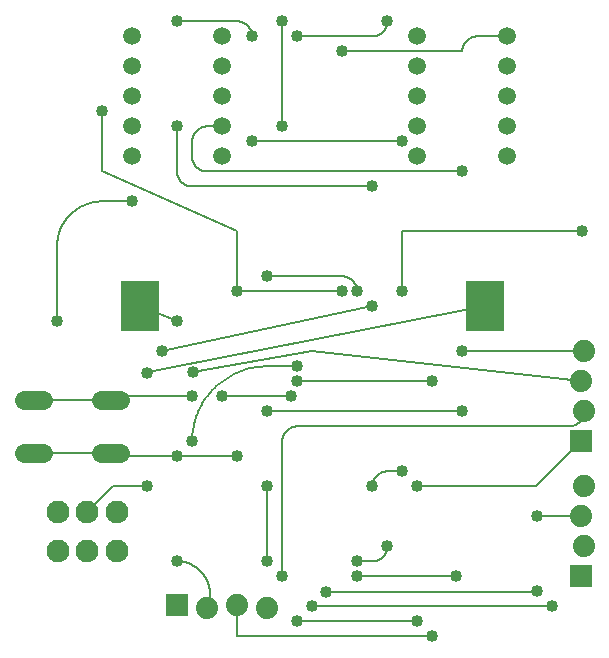
<source format=gbl>
G04 EAGLE Gerber RS-274X export*
G75*
%MOIN*%
%FSLAX36Y36*%
%LPD*%
%INBottom Copper Layer*%
%IPPOS*%
%AMOC8*
5,1,8,0,0,1.08239X$1,22.5*%
G01*
%ADD10R,0.130000X0.170000*%
%ADD11R,0.074000X0.074000*%
%ADD12C,0.074000*%
%ADD13C,0.059433*%
%ADD14C,0.064000*%
%ADD15C,0.076000*%
%ADD16C,0.006000*%
%ADD17C,0.040000*%


D10*
X1725000Y1550000D03*
X575000Y1550000D03*
D11*
X700000Y555000D03*
D12*
X800000Y545000D03*
X900000Y555000D03*
X1000000Y545000D03*
D13*
X1500000Y2450000D03*
X1500000Y2350000D03*
X1500000Y2250000D03*
X1500000Y2150000D03*
X1500000Y2050000D03*
X1800000Y2050000D03*
X1800000Y2150000D03*
X1800000Y2250000D03*
X1800000Y2350000D03*
X1800000Y2450000D03*
X550000Y2450000D03*
X550000Y2350000D03*
X550000Y2250000D03*
X550000Y2150000D03*
X550000Y2050000D03*
X850000Y2050000D03*
X850000Y2150000D03*
X850000Y2250000D03*
X850000Y2350000D03*
X850000Y2450000D03*
D14*
X254000Y1239000D02*
X190000Y1239000D01*
X190000Y1061000D02*
X254000Y1061000D01*
X446000Y1239000D02*
X510000Y1239000D01*
X510000Y1061000D02*
X446000Y1061000D01*
D15*
X301575Y864961D03*
X400000Y864961D03*
X498425Y864961D03*
X301575Y735039D03*
X400000Y735039D03*
X498425Y735039D03*
D11*
X2045000Y1100000D03*
D12*
X2055000Y1200000D03*
X2045000Y1300000D03*
X2055000Y1400000D03*
D11*
X2045000Y650000D03*
D12*
X2055000Y750000D03*
X2045000Y850000D03*
X2055000Y950000D03*
D16*
X1150000Y1400000D02*
X753914Y1330039D01*
D17*
X753914Y1330039D03*
D16*
X1150000Y1400000D02*
X2045000Y1300000D01*
X700000Y1500000D02*
X575000Y1550000D01*
D17*
X700000Y1500000D03*
X1000000Y700000D03*
D16*
X1000000Y950000D01*
D17*
X1000000Y950000D03*
X900000Y1050000D03*
D16*
X700000Y1050000D01*
X489000Y1050000D01*
X488997Y1050266D01*
X488987Y1050531D01*
X488971Y1050797D01*
X488949Y1051062D01*
X488920Y1051326D01*
X488885Y1051589D01*
X488843Y1051852D01*
X488795Y1052113D01*
X488741Y1052374D01*
X488680Y1052632D01*
X488614Y1052890D01*
X488541Y1053145D01*
X488462Y1053399D01*
X488376Y1053651D01*
X488285Y1053901D01*
X488188Y1054148D01*
X488085Y1054393D01*
X487976Y1054635D01*
X487861Y1054875D01*
X487740Y1055112D01*
X487614Y1055346D01*
X487482Y1055577D01*
X487344Y1055804D01*
X487201Y1056028D01*
X487053Y1056249D01*
X486899Y1056466D01*
X486740Y1056679D01*
X486576Y1056888D01*
X486407Y1057093D01*
X486234Y1057294D01*
X486055Y1057491D01*
X485872Y1057684D01*
X485684Y1057872D01*
X485491Y1058055D01*
X485294Y1058234D01*
X485093Y1058407D01*
X484888Y1058576D01*
X484679Y1058740D01*
X484466Y1058899D01*
X484249Y1059053D01*
X484028Y1059201D01*
X483804Y1059344D01*
X483577Y1059482D01*
X483346Y1059614D01*
X483112Y1059740D01*
X482875Y1059861D01*
X482635Y1059976D01*
X482393Y1060085D01*
X482148Y1060188D01*
X481901Y1060285D01*
X481651Y1060376D01*
X481399Y1060462D01*
X481145Y1060541D01*
X480890Y1060614D01*
X480632Y1060680D01*
X480374Y1060741D01*
X480113Y1060795D01*
X479852Y1060843D01*
X479589Y1060885D01*
X479326Y1060920D01*
X479062Y1060949D01*
X478797Y1060971D01*
X478531Y1060987D01*
X478266Y1060997D01*
X478000Y1061000D01*
D17*
X700000Y1050000D03*
X1000000Y1200000D03*
D16*
X1650000Y1200000D01*
D17*
X1650000Y1200000D03*
X1650000Y1400000D03*
D16*
X2055000Y1400000D01*
X478000Y1061000D02*
X222000Y1061000D01*
D17*
X1079000Y1250000D03*
D16*
X850000Y1250000D01*
D17*
X850000Y1250000D03*
X750000Y1250000D03*
D16*
X489000Y1250000D01*
X488734Y1249997D01*
X488469Y1249987D01*
X488203Y1249971D01*
X487938Y1249949D01*
X487674Y1249920D01*
X487411Y1249885D01*
X487148Y1249843D01*
X486887Y1249795D01*
X486626Y1249741D01*
X486368Y1249680D01*
X486110Y1249614D01*
X485855Y1249541D01*
X485601Y1249462D01*
X485349Y1249376D01*
X485099Y1249285D01*
X484852Y1249188D01*
X484607Y1249085D01*
X484365Y1248976D01*
X484125Y1248861D01*
X483888Y1248740D01*
X483654Y1248614D01*
X483423Y1248482D01*
X483196Y1248344D01*
X482972Y1248201D01*
X482751Y1248053D01*
X482534Y1247899D01*
X482321Y1247740D01*
X482112Y1247576D01*
X481907Y1247407D01*
X481706Y1247234D01*
X481509Y1247055D01*
X481316Y1246872D01*
X481128Y1246684D01*
X480945Y1246491D01*
X480766Y1246294D01*
X480593Y1246093D01*
X480424Y1245888D01*
X480260Y1245679D01*
X480101Y1245466D01*
X479947Y1245249D01*
X479799Y1245028D01*
X479656Y1244804D01*
X479518Y1244577D01*
X479386Y1244346D01*
X479260Y1244112D01*
X479139Y1243875D01*
X479024Y1243635D01*
X478915Y1243393D01*
X478812Y1243148D01*
X478715Y1242901D01*
X478624Y1242651D01*
X478538Y1242399D01*
X478459Y1242145D01*
X478386Y1241890D01*
X478320Y1241632D01*
X478259Y1241374D01*
X478205Y1241113D01*
X478157Y1240852D01*
X478115Y1240589D01*
X478080Y1240326D01*
X478051Y1240062D01*
X478029Y1239797D01*
X478013Y1239531D01*
X478003Y1239266D01*
X478000Y1239000D01*
X222000Y1239000D01*
X900000Y450000D02*
X1550000Y450000D01*
X900000Y450000D02*
X900000Y555000D01*
D17*
X1100000Y1300000D03*
D16*
X1550000Y1300000D01*
D17*
X1550000Y1300000D03*
X1550000Y450000D03*
D16*
X1100000Y1350000D02*
X1000000Y1350000D01*
X993959Y1349927D01*
X987922Y1349708D01*
X981891Y1349343D01*
X975872Y1348833D01*
X969866Y1348177D01*
X963878Y1347377D01*
X957911Y1346432D01*
X951968Y1345343D01*
X946054Y1344110D01*
X940171Y1342735D01*
X934323Y1341219D01*
X928514Y1339561D01*
X922746Y1337764D01*
X917023Y1335828D01*
X911349Y1333754D01*
X905726Y1331544D01*
X900159Y1329198D01*
X894650Y1326719D01*
X889202Y1324107D01*
X883819Y1321364D01*
X878504Y1318492D01*
X873260Y1315492D01*
X868090Y1312367D01*
X862997Y1309118D01*
X857984Y1305746D01*
X853054Y1302254D01*
X848209Y1298644D01*
X843454Y1294919D01*
X838789Y1291079D01*
X834219Y1287128D01*
X829746Y1283067D01*
X825372Y1278900D01*
X821100Y1274628D01*
X816933Y1270254D01*
X812872Y1265781D01*
X808921Y1261211D01*
X805081Y1256546D01*
X801356Y1251791D01*
X797746Y1246946D01*
X794254Y1242016D01*
X790882Y1237003D01*
X787633Y1231910D01*
X784508Y1226740D01*
X781508Y1221496D01*
X778636Y1216181D01*
X775893Y1210798D01*
X773281Y1205350D01*
X770802Y1199841D01*
X768456Y1194274D01*
X766246Y1188651D01*
X764172Y1182977D01*
X762236Y1177254D01*
X760439Y1171486D01*
X758781Y1165677D01*
X757265Y1159829D01*
X755890Y1153946D01*
X754657Y1148032D01*
X753568Y1142089D01*
X752623Y1136122D01*
X751823Y1130134D01*
X751167Y1124128D01*
X750657Y1118109D01*
X750292Y1112078D01*
X750073Y1106041D01*
X750000Y1100000D01*
D17*
X750000Y1100000D03*
X700000Y700000D03*
D16*
X702671Y699967D01*
X705340Y699870D01*
X708007Y699708D01*
X710668Y699480D01*
X713323Y699188D01*
X715970Y698832D01*
X718608Y698411D01*
X721235Y697926D01*
X723849Y697378D01*
X726449Y696765D01*
X729034Y696090D01*
X731601Y695352D01*
X734149Y694552D01*
X736678Y693690D01*
X739184Y692767D01*
X741668Y691783D01*
X744126Y690739D01*
X746559Y689636D01*
X748964Y688473D01*
X751340Y687253D01*
X753685Y685975D01*
X755999Y684640D01*
X758279Y683249D01*
X760526Y681803D01*
X762736Y680303D01*
X764909Y678750D01*
X767043Y677144D01*
X769138Y675487D01*
X771192Y673779D01*
X773204Y672022D01*
X775173Y670216D01*
X777096Y668363D01*
X778975Y666464D01*
X780806Y664520D01*
X782590Y662531D01*
X784324Y660500D01*
X786009Y658427D01*
X787643Y656314D01*
X789225Y654162D01*
X790754Y651972D01*
X792229Y649745D01*
X793650Y647483D01*
X795015Y645187D01*
X796324Y642858D01*
X797576Y640499D01*
X798770Y638109D01*
X799906Y635692D01*
X800982Y633247D01*
X801999Y630777D01*
X802955Y628283D01*
X803850Y625766D01*
X804684Y623228D01*
X805456Y620671D01*
X806165Y618096D01*
X806811Y615504D01*
X807394Y612897D01*
X807914Y610277D01*
X808369Y607645D01*
X808761Y605003D01*
X809088Y602352D01*
X809350Y599694D01*
X809548Y597030D01*
X809681Y594362D01*
X809748Y591692D01*
X809751Y589020D01*
X809689Y586350D01*
X809562Y583682D01*
X809370Y581018D01*
X809113Y578359D01*
X808791Y575707D01*
X808405Y573064D01*
X807955Y570431D01*
X807441Y567810D01*
X806864Y565202D01*
X806223Y562609D01*
X805519Y560032D01*
X804752Y557473D01*
X803924Y554934D01*
X803034Y552415D01*
X802083Y549919D01*
X801071Y547447D01*
X800000Y545000D01*
D17*
X1100000Y1350000D03*
D16*
X603887Y1330174D02*
X1725000Y1550000D01*
X600000Y950000D02*
X485039Y950000D01*
X400000Y864961D01*
X600000Y1326287D02*
X600002Y1326409D01*
X600008Y1326531D01*
X600017Y1326653D01*
X600031Y1326774D01*
X600048Y1326895D01*
X600069Y1327015D01*
X600094Y1327135D01*
X600122Y1327254D01*
X600154Y1327371D01*
X600190Y1327488D01*
X600230Y1327604D01*
X600273Y1327718D01*
X600320Y1327831D01*
X600370Y1327942D01*
X600424Y1328052D01*
X600481Y1328160D01*
X600541Y1328266D01*
X600605Y1328370D01*
X600672Y1328472D01*
X600742Y1328572D01*
X600816Y1328669D01*
X600892Y1328765D01*
X600971Y1328858D01*
X601053Y1328948D01*
X601138Y1329036D01*
X601226Y1329121D01*
X601316Y1329203D01*
X601409Y1329282D01*
X601505Y1329358D01*
X601602Y1329432D01*
X601702Y1329502D01*
X601804Y1329569D01*
X601908Y1329633D01*
X602014Y1329693D01*
X602122Y1329750D01*
X602232Y1329804D01*
X602343Y1329854D01*
X602456Y1329901D01*
X602570Y1329944D01*
X602686Y1329984D01*
X602803Y1330020D01*
X602920Y1330052D01*
X603039Y1330080D01*
X603159Y1330105D01*
X603279Y1330126D01*
X603400Y1330143D01*
X603521Y1330157D01*
X603643Y1330166D01*
X603765Y1330172D01*
X603887Y1330174D01*
D17*
X600000Y1326287D03*
X600000Y950000D03*
D16*
X1350000Y950000D02*
X1350015Y951208D01*
X1350058Y952416D01*
X1350131Y953622D01*
X1350233Y954826D01*
X1350365Y956027D01*
X1350525Y957224D01*
X1350714Y958418D01*
X1350931Y959606D01*
X1351178Y960789D01*
X1351453Y961966D01*
X1351756Y963135D01*
X1352088Y964297D01*
X1352447Y965451D01*
X1352834Y966595D01*
X1353249Y967730D01*
X1353691Y968855D01*
X1354160Y969968D01*
X1354656Y971070D01*
X1355179Y972160D01*
X1355727Y973236D01*
X1356302Y974299D01*
X1356902Y975348D01*
X1357527Y976382D01*
X1358176Y977401D01*
X1358851Y978403D01*
X1359549Y979389D01*
X1360271Y980358D01*
X1361016Y981309D01*
X1361784Y982242D01*
X1362574Y983156D01*
X1363387Y984051D01*
X1364220Y984926D01*
X1365074Y985780D01*
X1365949Y986613D01*
X1366844Y987426D01*
X1367758Y988216D01*
X1368691Y988984D01*
X1369642Y989729D01*
X1370611Y990451D01*
X1371597Y991149D01*
X1372599Y991824D01*
X1373618Y992473D01*
X1374652Y993098D01*
X1375701Y993698D01*
X1376764Y994273D01*
X1377840Y994821D01*
X1378930Y995344D01*
X1380032Y995840D01*
X1381145Y996309D01*
X1382270Y996751D01*
X1383405Y997166D01*
X1384549Y997553D01*
X1385703Y997912D01*
X1386865Y998244D01*
X1388034Y998547D01*
X1389211Y998822D01*
X1390394Y999069D01*
X1391582Y999286D01*
X1392776Y999475D01*
X1393973Y999635D01*
X1395174Y999767D01*
X1396378Y999869D01*
X1397584Y999942D01*
X1398792Y999985D01*
X1400000Y1000000D01*
X1450000Y1000000D01*
D17*
X1450000Y1000000D03*
X1450000Y1600000D03*
D16*
X1450000Y1800000D01*
X2050000Y1800000D01*
D17*
X2050000Y1800000D03*
X1350000Y950000D03*
X1629000Y650000D03*
D16*
X1300000Y650000D01*
D17*
X1300000Y650000D03*
D16*
X1300000Y700000D02*
X1350000Y700000D01*
X1351208Y700015D01*
X1352416Y700058D01*
X1353622Y700131D01*
X1354826Y700233D01*
X1356027Y700365D01*
X1357224Y700525D01*
X1358418Y700714D01*
X1359606Y700931D01*
X1360789Y701178D01*
X1361966Y701453D01*
X1363135Y701756D01*
X1364297Y702088D01*
X1365451Y702447D01*
X1366595Y702834D01*
X1367730Y703249D01*
X1368855Y703691D01*
X1369968Y704160D01*
X1371070Y704656D01*
X1372160Y705179D01*
X1373236Y705727D01*
X1374299Y706302D01*
X1375348Y706902D01*
X1376382Y707527D01*
X1377401Y708176D01*
X1378403Y708851D01*
X1379389Y709549D01*
X1380358Y710271D01*
X1381309Y711016D01*
X1382242Y711784D01*
X1383156Y712574D01*
X1384051Y713387D01*
X1384926Y714220D01*
X1385780Y715074D01*
X1386613Y715949D01*
X1387426Y716844D01*
X1388216Y717758D01*
X1388984Y718691D01*
X1389729Y719642D01*
X1390451Y720611D01*
X1391149Y721597D01*
X1391824Y722599D01*
X1392473Y723618D01*
X1393098Y724652D01*
X1393698Y725701D01*
X1394273Y726764D01*
X1394821Y727840D01*
X1395344Y728930D01*
X1395840Y730032D01*
X1396309Y731145D01*
X1396751Y732270D01*
X1397166Y733405D01*
X1397553Y734549D01*
X1397912Y735703D01*
X1398244Y736865D01*
X1398547Y738034D01*
X1398822Y739211D01*
X1399069Y740394D01*
X1399286Y741582D01*
X1399475Y742776D01*
X1399635Y743973D01*
X1399767Y745174D01*
X1399869Y746378D01*
X1399942Y747584D01*
X1399985Y748792D01*
X1400000Y750000D01*
D17*
X1300000Y700000D03*
X1400000Y750000D03*
X1350000Y1550000D03*
X650000Y1400000D03*
D16*
X1350000Y1550000D01*
D17*
X1000000Y1650000D03*
D16*
X1250000Y1650000D01*
X1251208Y1649985D01*
X1252416Y1649942D01*
X1253622Y1649869D01*
X1254826Y1649767D01*
X1256027Y1649635D01*
X1257224Y1649475D01*
X1258418Y1649286D01*
X1259606Y1649069D01*
X1260789Y1648822D01*
X1261966Y1648547D01*
X1263135Y1648244D01*
X1264297Y1647912D01*
X1265451Y1647553D01*
X1266595Y1647166D01*
X1267730Y1646751D01*
X1268855Y1646309D01*
X1269968Y1645840D01*
X1271070Y1645344D01*
X1272160Y1644821D01*
X1273236Y1644273D01*
X1274299Y1643698D01*
X1275348Y1643098D01*
X1276382Y1642473D01*
X1277401Y1641824D01*
X1278403Y1641149D01*
X1279389Y1640451D01*
X1280358Y1639729D01*
X1281309Y1638984D01*
X1282242Y1638216D01*
X1283156Y1637426D01*
X1284051Y1636613D01*
X1284926Y1635780D01*
X1285780Y1634926D01*
X1286613Y1634051D01*
X1287426Y1633156D01*
X1288216Y1632242D01*
X1288984Y1631309D01*
X1289729Y1630358D01*
X1290451Y1629389D01*
X1291149Y1628403D01*
X1291824Y1627401D01*
X1292473Y1626382D01*
X1293098Y1625348D01*
X1293698Y1624299D01*
X1294273Y1623236D01*
X1294821Y1622160D01*
X1295344Y1621070D01*
X1295840Y1619968D01*
X1296309Y1618855D01*
X1296751Y1617730D01*
X1297166Y1616595D01*
X1297553Y1615451D01*
X1297912Y1614297D01*
X1298244Y1613135D01*
X1298547Y1611966D01*
X1298822Y1610789D01*
X1299069Y1609606D01*
X1299286Y1608418D01*
X1299475Y1607224D01*
X1299635Y1606027D01*
X1299767Y1604826D01*
X1299869Y1603622D01*
X1299942Y1602416D01*
X1299985Y1601208D01*
X1300000Y1600000D01*
D17*
X1300000Y1600000D03*
X900000Y1600000D03*
X1250000Y1600000D03*
D16*
X900000Y1600000D01*
D17*
X450000Y2200000D03*
D16*
X450000Y2000000D01*
X900000Y1800000D01*
X900000Y1600000D01*
D17*
X1050000Y2500000D03*
D16*
X1050000Y2150000D01*
D17*
X1050000Y2150000D03*
D16*
X1700000Y2450000D02*
X1800000Y2450000D01*
X1700000Y2450000D02*
X1698792Y2449985D01*
X1697584Y2449942D01*
X1696378Y2449869D01*
X1695174Y2449767D01*
X1693973Y2449635D01*
X1692776Y2449475D01*
X1691582Y2449286D01*
X1690394Y2449069D01*
X1689211Y2448822D01*
X1688034Y2448547D01*
X1686865Y2448244D01*
X1685703Y2447912D01*
X1684549Y2447553D01*
X1683405Y2447166D01*
X1682270Y2446751D01*
X1681145Y2446309D01*
X1680032Y2445840D01*
X1678930Y2445344D01*
X1677840Y2444821D01*
X1676764Y2444273D01*
X1675701Y2443698D01*
X1674652Y2443098D01*
X1673618Y2442473D01*
X1672599Y2441824D01*
X1671597Y2441149D01*
X1670611Y2440451D01*
X1669642Y2439729D01*
X1668691Y2438984D01*
X1667758Y2438216D01*
X1666844Y2437426D01*
X1665949Y2436613D01*
X1665074Y2435780D01*
X1664220Y2434926D01*
X1663387Y2434051D01*
X1662574Y2433156D01*
X1661784Y2432242D01*
X1661016Y2431309D01*
X1660271Y2430358D01*
X1659549Y2429389D01*
X1658851Y2428403D01*
X1658176Y2427401D01*
X1657527Y2426382D01*
X1656902Y2425348D01*
X1656302Y2424299D01*
X1655727Y2423236D01*
X1655179Y2422160D01*
X1654656Y2421070D01*
X1654160Y2419968D01*
X1653691Y2418855D01*
X1653249Y2417730D01*
X1652834Y2416595D01*
X1652447Y2415451D01*
X1652088Y2414297D01*
X1651756Y2413135D01*
X1651453Y2411966D01*
X1651178Y2410789D01*
X1650931Y2409606D01*
X1650714Y2408418D01*
X1650525Y2407224D01*
X1650365Y2406027D01*
X1650233Y2404826D01*
X1650131Y2403622D01*
X1650058Y2402416D01*
X1650015Y2401208D01*
X1650000Y2400000D01*
D17*
X1250000Y2400000D03*
D16*
X1650000Y2400000D01*
X850000Y2150000D02*
X800000Y2150000D01*
X798792Y2149985D01*
X797584Y2149942D01*
X796378Y2149869D01*
X795174Y2149767D01*
X793973Y2149635D01*
X792776Y2149475D01*
X791582Y2149286D01*
X790394Y2149069D01*
X789211Y2148822D01*
X788034Y2148547D01*
X786865Y2148244D01*
X785703Y2147912D01*
X784549Y2147553D01*
X783405Y2147166D01*
X782270Y2146751D01*
X781145Y2146309D01*
X780032Y2145840D01*
X778930Y2145344D01*
X777840Y2144821D01*
X776764Y2144273D01*
X775701Y2143698D01*
X774652Y2143098D01*
X773618Y2142473D01*
X772599Y2141824D01*
X771597Y2141149D01*
X770611Y2140451D01*
X769642Y2139729D01*
X768691Y2138984D01*
X767758Y2138216D01*
X766844Y2137426D01*
X765949Y2136613D01*
X765074Y2135780D01*
X764220Y2134926D01*
X763387Y2134051D01*
X762574Y2133156D01*
X761784Y2132242D01*
X761016Y2131309D01*
X760271Y2130358D01*
X759549Y2129389D01*
X758851Y2128403D01*
X758176Y2127401D01*
X757527Y2126382D01*
X756902Y2125348D01*
X756302Y2124299D01*
X755727Y2123236D01*
X755179Y2122160D01*
X754656Y2121070D01*
X754160Y2119968D01*
X753691Y2118855D01*
X753249Y2117730D01*
X752834Y2116595D01*
X752447Y2115451D01*
X752088Y2114297D01*
X751756Y2113135D01*
X751453Y2111966D01*
X751178Y2110789D01*
X750931Y2109606D01*
X750714Y2108418D01*
X750525Y2107224D01*
X750365Y2106027D01*
X750233Y2104826D01*
X750131Y2103622D01*
X750058Y2102416D01*
X750015Y2101208D01*
X750000Y2100000D01*
X750000Y2050000D01*
X750015Y2048792D01*
X750058Y2047584D01*
X750131Y2046378D01*
X750233Y2045174D01*
X750365Y2043973D01*
X750525Y2042776D01*
X750714Y2041582D01*
X750931Y2040394D01*
X751178Y2039211D01*
X751453Y2038034D01*
X751756Y2036865D01*
X752088Y2035703D01*
X752447Y2034549D01*
X752834Y2033405D01*
X753249Y2032270D01*
X753691Y2031145D01*
X754160Y2030032D01*
X754656Y2028930D01*
X755179Y2027840D01*
X755727Y2026764D01*
X756302Y2025701D01*
X756902Y2024652D01*
X757527Y2023618D01*
X758176Y2022599D01*
X758851Y2021597D01*
X759549Y2020611D01*
X760271Y2019642D01*
X761016Y2018691D01*
X761784Y2017758D01*
X762574Y2016844D01*
X763387Y2015949D01*
X764220Y2015074D01*
X765074Y2014220D01*
X765949Y2013387D01*
X766844Y2012574D01*
X767758Y2011784D01*
X768691Y2011016D01*
X769642Y2010271D01*
X770611Y2009549D01*
X771597Y2008851D01*
X772599Y2008176D01*
X773618Y2007527D01*
X774652Y2006902D01*
X775701Y2006302D01*
X776764Y2005727D01*
X777840Y2005179D01*
X778930Y2004656D01*
X780032Y2004160D01*
X781145Y2003691D01*
X782270Y2003249D01*
X783405Y2002834D01*
X784549Y2002447D01*
X785703Y2002088D01*
X786865Y2001756D01*
X788034Y2001453D01*
X789211Y2001178D01*
X790394Y2000931D01*
X791582Y2000714D01*
X792776Y2000525D01*
X793973Y2000365D01*
X795174Y2000233D01*
X796378Y2000131D01*
X797584Y2000058D01*
X798792Y2000015D01*
X800000Y2000000D01*
X1650000Y2000000D01*
D17*
X1650000Y2000000D03*
X550000Y1900000D03*
D16*
X450000Y1900000D01*
X446375Y1899956D01*
X442753Y1899825D01*
X439135Y1899606D01*
X435523Y1899300D01*
X431919Y1898906D01*
X428327Y1898426D01*
X424746Y1897859D01*
X421181Y1897206D01*
X417632Y1896466D01*
X414103Y1895641D01*
X410594Y1894731D01*
X407108Y1893737D01*
X403647Y1892658D01*
X400214Y1891497D01*
X396809Y1890252D01*
X393436Y1888926D01*
X390095Y1887519D01*
X386790Y1886031D01*
X383521Y1884464D01*
X380292Y1882818D01*
X377102Y1881095D01*
X373956Y1879295D01*
X370854Y1877420D01*
X367798Y1875471D01*
X364790Y1873448D01*
X361832Y1871353D01*
X358926Y1869187D01*
X356072Y1866951D01*
X353274Y1864647D01*
X350532Y1862277D01*
X347848Y1859840D01*
X345223Y1857340D01*
X342660Y1854777D01*
X340160Y1852152D01*
X337723Y1849468D01*
X335353Y1846726D01*
X333049Y1843928D01*
X330813Y1841074D01*
X328647Y1838168D01*
X326552Y1835210D01*
X324529Y1832202D01*
X322580Y1829146D01*
X320705Y1826044D01*
X318905Y1822898D01*
X317182Y1819708D01*
X315536Y1816479D01*
X313969Y1813210D01*
X312481Y1809905D01*
X311074Y1806564D01*
X309748Y1803191D01*
X308503Y1799786D01*
X307342Y1796353D01*
X306263Y1792892D01*
X305269Y1789406D01*
X304359Y1785897D01*
X303534Y1782368D01*
X302794Y1778819D01*
X302141Y1775254D01*
X301574Y1771673D01*
X301094Y1768081D01*
X300700Y1764477D01*
X300394Y1760865D01*
X300175Y1757247D01*
X300044Y1753625D01*
X300000Y1750000D01*
X300000Y1500000D01*
D17*
X300000Y1500000D03*
X950000Y2100000D03*
D16*
X1450000Y2100000D01*
D17*
X1450000Y2100000D03*
X700000Y2150000D03*
D16*
X700000Y2000000D01*
X700015Y1998792D01*
X700058Y1997584D01*
X700131Y1996378D01*
X700233Y1995174D01*
X700365Y1993973D01*
X700525Y1992776D01*
X700714Y1991582D01*
X700931Y1990394D01*
X701178Y1989211D01*
X701453Y1988034D01*
X701756Y1986865D01*
X702088Y1985703D01*
X702447Y1984549D01*
X702834Y1983405D01*
X703249Y1982270D01*
X703691Y1981145D01*
X704160Y1980032D01*
X704656Y1978930D01*
X705179Y1977840D01*
X705727Y1976764D01*
X706302Y1975701D01*
X706902Y1974652D01*
X707527Y1973618D01*
X708176Y1972599D01*
X708851Y1971597D01*
X709549Y1970611D01*
X710271Y1969642D01*
X711016Y1968691D01*
X711784Y1967758D01*
X712574Y1966844D01*
X713387Y1965949D01*
X714220Y1965074D01*
X715074Y1964220D01*
X715949Y1963387D01*
X716844Y1962574D01*
X717758Y1961784D01*
X718691Y1961016D01*
X719642Y1960271D01*
X720611Y1959549D01*
X721597Y1958851D01*
X722599Y1958176D01*
X723618Y1957527D01*
X724652Y1956902D01*
X725701Y1956302D01*
X726764Y1955727D01*
X727840Y1955179D01*
X728930Y1954656D01*
X730032Y1954160D01*
X731145Y1953691D01*
X732270Y1953249D01*
X733405Y1952834D01*
X734549Y1952447D01*
X735703Y1952088D01*
X736865Y1951756D01*
X738034Y1951453D01*
X739211Y1951178D01*
X740394Y1950931D01*
X741582Y1950714D01*
X742776Y1950525D01*
X743973Y1950365D01*
X745174Y1950233D01*
X746378Y1950131D01*
X747584Y1950058D01*
X748792Y1950015D01*
X750000Y1950000D01*
X1350000Y1950000D01*
D17*
X1350000Y1950000D03*
X700000Y2500000D03*
D16*
X900000Y2500000D01*
X901208Y2499985D01*
X902416Y2499942D01*
X903622Y2499869D01*
X904826Y2499767D01*
X906027Y2499635D01*
X907224Y2499475D01*
X908418Y2499286D01*
X909606Y2499069D01*
X910789Y2498822D01*
X911966Y2498547D01*
X913135Y2498244D01*
X914297Y2497912D01*
X915451Y2497553D01*
X916595Y2497166D01*
X917730Y2496751D01*
X918855Y2496309D01*
X919968Y2495840D01*
X921070Y2495344D01*
X922160Y2494821D01*
X923236Y2494273D01*
X924299Y2493698D01*
X925348Y2493098D01*
X926382Y2492473D01*
X927401Y2491824D01*
X928403Y2491149D01*
X929389Y2490451D01*
X930358Y2489729D01*
X931309Y2488984D01*
X932242Y2488216D01*
X933156Y2487426D01*
X934051Y2486613D01*
X934926Y2485780D01*
X935780Y2484926D01*
X936613Y2484051D01*
X937426Y2483156D01*
X938216Y2482242D01*
X938984Y2481309D01*
X939729Y2480358D01*
X940451Y2479389D01*
X941149Y2478403D01*
X941824Y2477401D01*
X942473Y2476382D01*
X943098Y2475348D01*
X943698Y2474299D01*
X944273Y2473236D01*
X944821Y2472160D01*
X945344Y2471070D01*
X945840Y2469968D01*
X946309Y2468855D01*
X946751Y2467730D01*
X947166Y2466595D01*
X947553Y2465451D01*
X947912Y2464297D01*
X948244Y2463135D01*
X948547Y2461966D01*
X948822Y2460789D01*
X949069Y2459606D01*
X949286Y2458418D01*
X949475Y2457224D01*
X949635Y2456027D01*
X949767Y2454826D01*
X949869Y2453622D01*
X949942Y2452416D01*
X949985Y2451208D01*
X950000Y2450000D01*
D17*
X950000Y2450000D03*
X1100000Y2450000D03*
D16*
X1350000Y2450000D01*
X1351208Y2450015D01*
X1352416Y2450058D01*
X1353622Y2450131D01*
X1354826Y2450233D01*
X1356027Y2450365D01*
X1357224Y2450525D01*
X1358418Y2450714D01*
X1359606Y2450931D01*
X1360789Y2451178D01*
X1361966Y2451453D01*
X1363135Y2451756D01*
X1364297Y2452088D01*
X1365451Y2452447D01*
X1366595Y2452834D01*
X1367730Y2453249D01*
X1368855Y2453691D01*
X1369968Y2454160D01*
X1371070Y2454656D01*
X1372160Y2455179D01*
X1373236Y2455727D01*
X1374299Y2456302D01*
X1375348Y2456902D01*
X1376382Y2457527D01*
X1377401Y2458176D01*
X1378403Y2458851D01*
X1379389Y2459549D01*
X1380358Y2460271D01*
X1381309Y2461016D01*
X1382242Y2461784D01*
X1383156Y2462574D01*
X1384051Y2463387D01*
X1384926Y2464220D01*
X1385780Y2465074D01*
X1386613Y2465949D01*
X1387426Y2466844D01*
X1388216Y2467758D01*
X1388984Y2468691D01*
X1389729Y2469642D01*
X1390451Y2470611D01*
X1391149Y2471597D01*
X1391824Y2472599D01*
X1392473Y2473618D01*
X1393098Y2474652D01*
X1393698Y2475701D01*
X1394273Y2476764D01*
X1394821Y2477840D01*
X1395344Y2478930D01*
X1395840Y2480032D01*
X1396309Y2481145D01*
X1396751Y2482270D01*
X1397166Y2483405D01*
X1397553Y2484549D01*
X1397912Y2485703D01*
X1398244Y2486865D01*
X1398547Y2488034D01*
X1398822Y2489211D01*
X1399069Y2490394D01*
X1399286Y2491582D01*
X1399475Y2492776D01*
X1399635Y2493973D01*
X1399767Y2495174D01*
X1399869Y2496378D01*
X1399942Y2497584D01*
X1399985Y2498792D01*
X1400000Y2500000D01*
D17*
X1400000Y2500000D03*
X1050000Y650000D03*
D16*
X1050000Y1100000D01*
X1050015Y1101208D01*
X1050058Y1102416D01*
X1050131Y1103622D01*
X1050233Y1104826D01*
X1050365Y1106027D01*
X1050525Y1107224D01*
X1050714Y1108418D01*
X1050931Y1109606D01*
X1051178Y1110789D01*
X1051453Y1111966D01*
X1051756Y1113135D01*
X1052088Y1114297D01*
X1052447Y1115451D01*
X1052834Y1116595D01*
X1053249Y1117730D01*
X1053691Y1118855D01*
X1054160Y1119968D01*
X1054656Y1121070D01*
X1055179Y1122160D01*
X1055727Y1123236D01*
X1056302Y1124299D01*
X1056902Y1125348D01*
X1057527Y1126382D01*
X1058176Y1127401D01*
X1058851Y1128403D01*
X1059549Y1129389D01*
X1060271Y1130358D01*
X1061016Y1131309D01*
X1061784Y1132242D01*
X1062574Y1133156D01*
X1063387Y1134051D01*
X1064220Y1134926D01*
X1065074Y1135780D01*
X1065949Y1136613D01*
X1066844Y1137426D01*
X1067758Y1138216D01*
X1068691Y1138984D01*
X1069642Y1139729D01*
X1070611Y1140451D01*
X1071597Y1141149D01*
X1072599Y1141824D01*
X1073618Y1142473D01*
X1074652Y1143098D01*
X1075701Y1143698D01*
X1076764Y1144273D01*
X1077840Y1144821D01*
X1078930Y1145344D01*
X1080032Y1145840D01*
X1081145Y1146309D01*
X1082270Y1146751D01*
X1083405Y1147166D01*
X1084549Y1147553D01*
X1085703Y1147912D01*
X1086865Y1148244D01*
X1088034Y1148547D01*
X1089211Y1148822D01*
X1090394Y1149069D01*
X1091582Y1149286D01*
X1092776Y1149475D01*
X1093973Y1149635D01*
X1095174Y1149767D01*
X1096378Y1149869D01*
X1097584Y1149942D01*
X1098792Y1149985D01*
X1100000Y1150000D01*
X2005000Y1150000D01*
X2006208Y1150015D01*
X2007416Y1150058D01*
X2008622Y1150131D01*
X2009826Y1150233D01*
X2011027Y1150365D01*
X2012224Y1150525D01*
X2013418Y1150714D01*
X2014606Y1150931D01*
X2015789Y1151178D01*
X2016966Y1151453D01*
X2018135Y1151756D01*
X2019297Y1152088D01*
X2020451Y1152447D01*
X2021595Y1152834D01*
X2022730Y1153249D01*
X2023855Y1153691D01*
X2024968Y1154160D01*
X2026070Y1154656D01*
X2027160Y1155179D01*
X2028236Y1155727D01*
X2029299Y1156302D01*
X2030348Y1156902D01*
X2031382Y1157527D01*
X2032401Y1158176D01*
X2033403Y1158851D01*
X2034389Y1159549D01*
X2035358Y1160271D01*
X2036309Y1161016D01*
X2037242Y1161784D01*
X2038156Y1162574D01*
X2039051Y1163387D01*
X2039926Y1164220D01*
X2040780Y1165074D01*
X2041613Y1165949D01*
X2042426Y1166844D01*
X2043216Y1167758D01*
X2043984Y1168691D01*
X2044729Y1169642D01*
X2045451Y1170611D01*
X2046149Y1171597D01*
X2046824Y1172599D01*
X2047473Y1173618D01*
X2048098Y1174652D01*
X2048698Y1175701D01*
X2049273Y1176764D01*
X2049821Y1177840D01*
X2050344Y1178930D01*
X2050840Y1180032D01*
X2051309Y1181145D01*
X2051751Y1182270D01*
X2052166Y1183405D01*
X2052553Y1184549D01*
X2052912Y1185703D01*
X2053244Y1186865D01*
X2053547Y1188034D01*
X2053822Y1189211D01*
X2054069Y1190394D01*
X2054286Y1191582D01*
X2054475Y1192776D01*
X2054635Y1193973D01*
X2054767Y1195174D01*
X2054869Y1196378D01*
X2054942Y1197584D01*
X2054985Y1198792D01*
X2055000Y1200000D01*
D17*
X1100000Y500000D03*
D16*
X1500000Y500000D01*
D17*
X1500000Y500000D03*
X1500000Y950000D03*
D16*
X1895000Y950000D01*
X2045000Y1100000D01*
D17*
X1197268Y597708D03*
D16*
X1897708Y597708D01*
X1897803Y597710D01*
X1897897Y597716D01*
X1897992Y597726D01*
X1898085Y597739D01*
X1898178Y597757D01*
X1898271Y597778D01*
X1898362Y597803D01*
X1898452Y597832D01*
X1898541Y597865D01*
X1898629Y597901D01*
X1898715Y597941D01*
X1898799Y597984D01*
X1898881Y598031D01*
X1898962Y598081D01*
X1899040Y598135D01*
X1899116Y598191D01*
X1899189Y598251D01*
X1899260Y598314D01*
X1899329Y598379D01*
X1899394Y598448D01*
X1899457Y598519D01*
X1899517Y598592D01*
X1899573Y598668D01*
X1899627Y598746D01*
X1899677Y598827D01*
X1899724Y598909D01*
X1899767Y598993D01*
X1899807Y599079D01*
X1899843Y599167D01*
X1899876Y599256D01*
X1899905Y599346D01*
X1899930Y599437D01*
X1899951Y599530D01*
X1899969Y599623D01*
X1899982Y599716D01*
X1899992Y599811D01*
X1899998Y599905D01*
X1900000Y600000D01*
D17*
X1900000Y600000D03*
X1900000Y850000D03*
D16*
X2045000Y850000D01*
D17*
X1150000Y550000D03*
D16*
X1950000Y550000D01*
D17*
X1950000Y550000D03*
M02*

</source>
